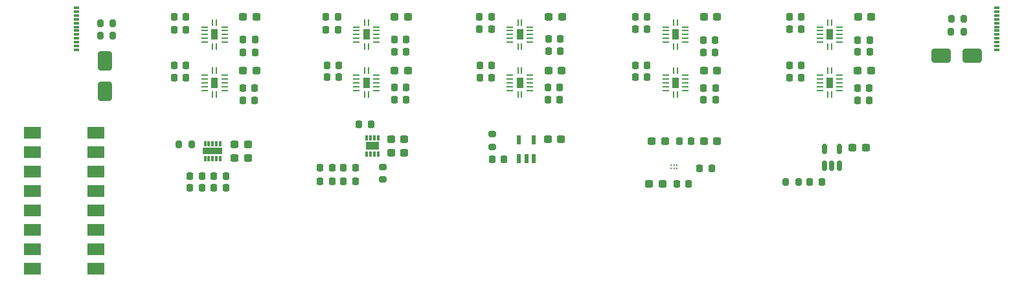
<source format=gbr>
%TF.GenerationSoftware,KiCad,Pcbnew,8.0.3-8.0.3-0~ubuntu22.04.1*%
%TF.CreationDate,2024-12-02T08:44:27+01:00*%
%TF.ProjectId,BreakoutboardRT9532,42726561-6b6f-4757-9462-6f6172645254,rev?*%
%TF.SameCoordinates,Original*%
%TF.FileFunction,Paste,Top*%
%TF.FilePolarity,Positive*%
%FSLAX46Y46*%
G04 Gerber Fmt 4.6, Leading zero omitted, Abs format (unit mm)*
G04 Created by KiCad (PCBNEW 8.0.3-8.0.3-0~ubuntu22.04.1) date 2024-12-02 08:44:27*
%MOMM*%
%LPD*%
G01*
G04 APERTURE LIST*
G04 Aperture macros list*
%AMRoundRect*
0 Rectangle with rounded corners*
0 $1 Rounding radius*
0 $2 $3 $4 $5 $6 $7 $8 $9 X,Y pos of 4 corners*
0 Add a 4 corners polygon primitive as box body*
4,1,4,$2,$3,$4,$5,$6,$7,$8,$9,$2,$3,0*
0 Add four circle primitives for the rounded corners*
1,1,$1+$1,$2,$3*
1,1,$1+$1,$4,$5*
1,1,$1+$1,$6,$7*
1,1,$1+$1,$8,$9*
0 Add four rect primitives between the rounded corners*
20,1,$1+$1,$2,$3,$4,$5,0*
20,1,$1+$1,$4,$5,$6,$7,0*
20,1,$1+$1,$6,$7,$8,$9,0*
20,1,$1+$1,$8,$9,$2,$3,0*%
G04 Aperture macros list end*
%ADD10RoundRect,0.225000X-0.225000X-0.250000X0.225000X-0.250000X0.225000X0.250000X-0.225000X0.250000X0*%
%ADD11RoundRect,0.225000X0.225000X0.250000X-0.225000X0.250000X-0.225000X-0.250000X0.225000X-0.250000X0*%
%ADD12RoundRect,0.200000X-0.275000X0.200000X-0.275000X-0.200000X0.275000X-0.200000X0.275000X0.200000X0*%
%ADD13R,0.300000X0.700000*%
%ADD14R,1.700000X1.000000*%
%ADD15RoundRect,0.218750X0.218750X0.256250X-0.218750X0.256250X-0.218750X-0.256250X0.218750X-0.256250X0*%
%ADD16RoundRect,0.237500X-0.300000X-0.237500X0.300000X-0.237500X0.300000X0.237500X-0.300000X0.237500X0*%
%ADD17RoundRect,0.150000X0.150000X-0.512500X0.150000X0.512500X-0.150000X0.512500X-0.150000X-0.512500X0*%
%ADD18RoundRect,0.200000X0.200000X0.275000X-0.200000X0.275000X-0.200000X-0.275000X0.200000X-0.275000X0*%
%ADD19R,0.240000X0.900000*%
%ADD20R,0.900000X0.240000*%
%ADD21R,0.900000X1.400000*%
%ADD22C,0.226000*%
%ADD23RoundRect,0.237500X0.300000X0.237500X-0.300000X0.237500X-0.300000X-0.237500X0.300000X-0.237500X0*%
%ADD24RoundRect,0.200000X0.275000X-0.200000X0.275000X0.200000X-0.275000X0.200000X-0.275000X-0.200000X0*%
%ADD25R,0.600000X1.150000*%
%ADD26RoundRect,0.218750X-0.218750X-0.256250X0.218750X-0.256250X0.218750X0.256250X-0.218750X0.256250X0*%
%ADD27R,2.160000X1.520000*%
%ADD28RoundRect,0.200000X-0.200000X-0.275000X0.200000X-0.275000X0.200000X0.275000X-0.200000X0.275000X0*%
%ADD29R,0.700000X0.350000*%
%ADD30R,0.300000X0.750000*%
%ADD31R,2.550000X0.850000*%
%ADD32RoundRect,0.250000X1.000000X0.650000X-1.000000X0.650000X-1.000000X-0.650000X1.000000X-0.650000X0*%
%ADD33RoundRect,0.250000X-0.650000X1.000000X-0.650000X-1.000000X0.650000X-1.000000X0.650000X1.000000X0*%
G04 APERTURE END LIST*
D10*
%TO.C,R56*%
X93212500Y-77050000D03*
X94762500Y-77050000D03*
%TD*%
D11*
%TO.C,R55*%
X94762500Y-75300000D03*
X93212500Y-75300000D03*
%TD*%
D12*
%TO.C,R54*%
X101350000Y-75225000D03*
X101350000Y-76875000D03*
%TD*%
D11*
%TO.C,R16*%
X99825000Y-69650000D03*
X98275000Y-69650000D03*
%TD*%
D13*
%TO.C,IC14*%
X100800000Y-71400000D03*
X100300000Y-71400000D03*
X99800000Y-71400000D03*
X99300000Y-71400000D03*
X99300000Y-73500000D03*
X99800000Y-73500000D03*
X100300000Y-73500000D03*
X100800000Y-73500000D03*
D14*
X100050000Y-72450000D03*
%TD*%
D15*
%TO.C,D8*%
X97825000Y-77050000D03*
X96250000Y-77050000D03*
%TD*%
%TO.C,D5*%
X97825000Y-75300000D03*
X96250000Y-75300000D03*
%TD*%
D16*
%TO.C,C6*%
X104175000Y-73350000D03*
X102450000Y-73350000D03*
%TD*%
%TO.C,C4*%
X102450000Y-71550000D03*
X104175000Y-71550000D03*
%TD*%
D17*
%TO.C,U2*%
X159150000Y-75087500D03*
X160100000Y-75087500D03*
X161050000Y-75087500D03*
X161050000Y-72812500D03*
X159150000Y-72812500D03*
%TD*%
D11*
%TO.C,R53*%
X164975000Y-66500000D03*
X163425000Y-66500000D03*
%TD*%
D10*
%TO.C,R52*%
X163425000Y-64900000D03*
X164975000Y-64900000D03*
%TD*%
D11*
%TO.C,R51*%
X165025000Y-60150000D03*
X163475000Y-60150000D03*
%TD*%
D10*
%TO.C,R50*%
X163475000Y-58600000D03*
X165025000Y-58600000D03*
%TD*%
D11*
%TO.C,R49*%
X156075000Y-63550000D03*
X154525000Y-63550000D03*
%TD*%
D10*
%TO.C,R48*%
X154525000Y-61900000D03*
X156075000Y-61900000D03*
%TD*%
D11*
%TO.C,R47*%
X156125000Y-57150000D03*
X154575000Y-57150000D03*
%TD*%
D10*
%TO.C,R46*%
X154575000Y-55600000D03*
X156125000Y-55600000D03*
%TD*%
D18*
%TO.C,R45*%
X155725000Y-77150000D03*
X154075000Y-77150000D03*
%TD*%
D19*
%TO.C,IC13*%
X159550000Y-62650000D03*
D20*
X158500000Y-63200000D03*
X158500000Y-63700000D03*
X158500000Y-64200000D03*
X158500000Y-64700000D03*
X158500000Y-65200000D03*
D19*
X159550000Y-65750000D03*
X160050000Y-65750000D03*
D20*
X161100000Y-65200000D03*
X161100000Y-64700000D03*
X161100000Y-64200000D03*
X161100000Y-63700000D03*
X161100000Y-63200000D03*
D19*
X160050000Y-62650000D03*
D21*
X159800000Y-64200000D03*
%TD*%
D19*
%TO.C,IC12*%
X159550000Y-56350000D03*
D20*
X158500000Y-56900000D03*
X158500000Y-57400000D03*
X158500000Y-57900000D03*
X158500000Y-58400000D03*
X158500000Y-58900000D03*
D19*
X159550000Y-59450000D03*
X160050000Y-59450000D03*
D20*
X161100000Y-58900000D03*
X161100000Y-58400000D03*
X161100000Y-57900000D03*
X161100000Y-57400000D03*
X161100000Y-56900000D03*
D19*
X160050000Y-56350000D03*
D21*
X159800000Y-57900000D03*
%TD*%
D15*
%TO.C,D7*%
X158787500Y-77150000D03*
X157212500Y-77150000D03*
%TD*%
D16*
%TO.C,C19*%
X163487500Y-62650000D03*
X165212500Y-62650000D03*
%TD*%
%TO.C,C18*%
X163537500Y-55600000D03*
X165262500Y-55600000D03*
%TD*%
%TO.C,C17*%
X162787500Y-72650000D03*
X164512500Y-72650000D03*
%TD*%
D11*
%TO.C,R44*%
X144875000Y-66450000D03*
X143325000Y-66450000D03*
%TD*%
D10*
%TO.C,R43*%
X143325000Y-64900000D03*
X144875000Y-64900000D03*
%TD*%
D11*
%TO.C,R42*%
X144825000Y-60200000D03*
X143275000Y-60200000D03*
%TD*%
D10*
%TO.C,R41*%
X143275000Y-58650000D03*
X144825000Y-58650000D03*
%TD*%
D11*
%TO.C,R40*%
X135975000Y-63450000D03*
X134425000Y-63450000D03*
%TD*%
D10*
%TO.C,R39*%
X134425000Y-61900000D03*
X135975000Y-61900000D03*
%TD*%
D11*
%TO.C,R38*%
X135975000Y-57200000D03*
X134425000Y-57200000D03*
%TD*%
D10*
%TO.C,R37*%
X134425000Y-55600000D03*
X135975000Y-55600000D03*
%TD*%
D11*
%TO.C,R36*%
X141725000Y-71850000D03*
X140175000Y-71850000D03*
%TD*%
%TO.C,R35*%
X144375000Y-75400000D03*
X142825000Y-75400000D03*
%TD*%
D10*
%TO.C,R34*%
X139825000Y-77400000D03*
X141375000Y-77400000D03*
%TD*%
D19*
%TO.C,IC11*%
X139400000Y-62650000D03*
D20*
X138350000Y-63200000D03*
X138350000Y-63700000D03*
X138350000Y-64200000D03*
X138350000Y-64700000D03*
X138350000Y-65200000D03*
D19*
X139400000Y-65750000D03*
X139900000Y-65750000D03*
D20*
X140950000Y-65200000D03*
X140950000Y-64700000D03*
X140950000Y-64200000D03*
X140950000Y-63700000D03*
X140950000Y-63200000D03*
D19*
X139900000Y-62650000D03*
D21*
X139650000Y-64200000D03*
%TD*%
D19*
%TO.C,IC10*%
X139400000Y-56350000D03*
D20*
X138350000Y-56900000D03*
X138350000Y-57400000D03*
X138350000Y-57900000D03*
X138350000Y-58400000D03*
X138350000Y-58900000D03*
D19*
X139400000Y-59450000D03*
X139900000Y-59450000D03*
D20*
X140950000Y-58900000D03*
X140950000Y-58400000D03*
X140950000Y-57900000D03*
X140950000Y-57400000D03*
X140950000Y-56900000D03*
D19*
X139900000Y-56350000D03*
D21*
X139650000Y-57900000D03*
%TD*%
D22*
%TO.C,IC9*%
X139050000Y-75400000D03*
X139050000Y-75000000D03*
X139450000Y-75400000D03*
X139450000Y-75000000D03*
X139850000Y-75400000D03*
X139850000Y-75000000D03*
%TD*%
D16*
%TO.C,C16*%
X143387500Y-62650000D03*
X145112500Y-62650000D03*
%TD*%
%TO.C,C15*%
X143387500Y-55600000D03*
X145112500Y-55600000D03*
%TD*%
%TO.C,C14*%
X143387500Y-71850000D03*
X145112500Y-71850000D03*
%TD*%
%TO.C,C13*%
X136225000Y-77400000D03*
X137950000Y-77400000D03*
%TD*%
D23*
%TO.C,C12*%
X138275000Y-71850000D03*
X136550000Y-71850000D03*
%TD*%
D11*
%TO.C,R33*%
X124525000Y-66450000D03*
X122975000Y-66450000D03*
%TD*%
D10*
%TO.C,R32*%
X122975000Y-64850000D03*
X124525000Y-64850000D03*
%TD*%
D11*
%TO.C,R31*%
X124575000Y-60050000D03*
X123025000Y-60050000D03*
%TD*%
D10*
%TO.C,R30*%
X123025000Y-58450000D03*
X124575000Y-58450000D03*
%TD*%
D11*
%TO.C,R29*%
X115625000Y-63500000D03*
X114075000Y-63500000D03*
%TD*%
D10*
%TO.C,R28*%
X114075000Y-61900000D03*
X115625000Y-61900000D03*
%TD*%
D11*
%TO.C,R27*%
X115575000Y-57200000D03*
X114025000Y-57200000D03*
%TD*%
D10*
%TO.C,R26*%
X114025000Y-55600000D03*
X115575000Y-55600000D03*
%TD*%
D24*
%TO.C,R25*%
X115700000Y-72575000D03*
X115700000Y-70925000D03*
%TD*%
D19*
%TO.C,IC8*%
X119050000Y-62650000D03*
D20*
X118000000Y-63200000D03*
X118000000Y-63700000D03*
X118000000Y-64200000D03*
X118000000Y-64700000D03*
X118000000Y-65200000D03*
D19*
X119050000Y-65750000D03*
X119550000Y-65750000D03*
D20*
X120600000Y-65200000D03*
X120600000Y-64700000D03*
X120600000Y-64200000D03*
X120600000Y-63700000D03*
X120600000Y-63200000D03*
D19*
X119550000Y-62650000D03*
D21*
X119300000Y-64200000D03*
%TD*%
%TO.C,IC7*%
X119300000Y-57900000D03*
D19*
X119550000Y-56350000D03*
D20*
X120600000Y-56900000D03*
X120600000Y-57400000D03*
X120600000Y-57900000D03*
X120600000Y-58400000D03*
X120600000Y-58900000D03*
D19*
X119550000Y-59450000D03*
X119050000Y-59450000D03*
D20*
X118000000Y-58900000D03*
X118000000Y-58400000D03*
X118000000Y-57900000D03*
X118000000Y-57400000D03*
X118000000Y-56900000D03*
D19*
X119050000Y-56350000D03*
%TD*%
D25*
%TO.C,IC6*%
X119200000Y-74150000D03*
X120150000Y-74150000D03*
X121100000Y-74150000D03*
X121100000Y-71650000D03*
X119200000Y-71650000D03*
%TD*%
D15*
%TO.C,D6*%
X117237500Y-74250000D03*
X115662500Y-74250000D03*
%TD*%
D16*
%TO.C,C11*%
X123037500Y-62650000D03*
X124762500Y-62650000D03*
%TD*%
%TO.C,C10*%
X123087500Y-55600000D03*
X124812500Y-55600000D03*
%TD*%
%TO.C,C9*%
X122987500Y-71600000D03*
X124712500Y-71600000D03*
%TD*%
D26*
%TO.C,D4*%
X77737500Y-77950000D03*
X76162500Y-77950000D03*
%TD*%
%TO.C,D3*%
X77737500Y-76400000D03*
X76162500Y-76400000D03*
%TD*%
D27*
%TO.C,SW1*%
X55620000Y-70710000D03*
X55620000Y-73250000D03*
X55620000Y-75790000D03*
X55620000Y-78330000D03*
X55620000Y-80870000D03*
X55620000Y-83410000D03*
X55620000Y-85950000D03*
X55620000Y-88490000D03*
X63880000Y-88490000D03*
X63880000Y-85950000D03*
X63880000Y-83410000D03*
X63880000Y-80870000D03*
X63880000Y-78330000D03*
X63880000Y-75790000D03*
X63880000Y-73250000D03*
X63880000Y-70710000D03*
%TD*%
D11*
%TO.C,R24*%
X104425000Y-66450000D03*
X102875000Y-66450000D03*
%TD*%
D10*
%TO.C,R23*%
X102875000Y-64850000D03*
X104425000Y-64850000D03*
%TD*%
D11*
%TO.C,R22*%
X104475000Y-60150000D03*
X102925000Y-60150000D03*
%TD*%
D10*
%TO.C,R21*%
X102925000Y-58550000D03*
X104475000Y-58550000D03*
%TD*%
D11*
%TO.C,R20*%
X95625000Y-63450000D03*
X94075000Y-63450000D03*
%TD*%
D10*
%TO.C,R19*%
X94075000Y-61900000D03*
X95625000Y-61900000D03*
%TD*%
D11*
%TO.C,R18*%
X95525000Y-57250000D03*
X93975000Y-57250000D03*
%TD*%
D10*
%TO.C,R17*%
X93975000Y-55600000D03*
X95525000Y-55600000D03*
%TD*%
D19*
%TO.C,IC5*%
X99000000Y-62650000D03*
D20*
X97950000Y-63200000D03*
X97950000Y-63700000D03*
X97950000Y-64200000D03*
X97950000Y-64700000D03*
X97950000Y-65200000D03*
D19*
X99000000Y-65750000D03*
X99500000Y-65750000D03*
D20*
X100550000Y-65200000D03*
X100550000Y-64700000D03*
X100550000Y-64200000D03*
X100550000Y-63700000D03*
X100550000Y-63200000D03*
D19*
X99500000Y-62650000D03*
D21*
X99250000Y-64200000D03*
%TD*%
D19*
%TO.C,IC4*%
X99000000Y-56350000D03*
D20*
X97950000Y-56900000D03*
X97950000Y-57400000D03*
X97950000Y-57900000D03*
X97950000Y-58400000D03*
X97950000Y-58900000D03*
D19*
X99000000Y-59450000D03*
X99500000Y-59450000D03*
D20*
X100550000Y-58900000D03*
X100550000Y-58400000D03*
X100550000Y-57900000D03*
X100550000Y-57400000D03*
X100550000Y-56900000D03*
D19*
X99500000Y-56350000D03*
D21*
X99250000Y-57900000D03*
%TD*%
D16*
%TO.C,C8*%
X102937500Y-62650000D03*
X104662500Y-62650000D03*
%TD*%
%TO.C,C7*%
X102937500Y-55600000D03*
X104662500Y-55600000D03*
%TD*%
D18*
%TO.C,R1*%
X76375000Y-72250000D03*
X74725000Y-72250000D03*
%TD*%
D11*
%TO.C,R15*%
X83075000Y-66500000D03*
X84625000Y-66500000D03*
%TD*%
D10*
%TO.C,R14*%
X83075000Y-64900000D03*
X84625000Y-64900000D03*
%TD*%
D11*
%TO.C,R13*%
X84675000Y-60200000D03*
X83125000Y-60200000D03*
%TD*%
D10*
%TO.C,R12*%
X83125000Y-58550000D03*
X84675000Y-58550000D03*
%TD*%
D11*
%TO.C,R11*%
X75675000Y-63500000D03*
X74125000Y-63500000D03*
%TD*%
D10*
%TO.C,R10*%
X74125000Y-61900000D03*
X75675000Y-61900000D03*
%TD*%
D11*
%TO.C,R9*%
X75675000Y-57250000D03*
X74125000Y-57250000D03*
%TD*%
D10*
%TO.C,R8*%
X74125000Y-55600000D03*
X75675000Y-55600000D03*
%TD*%
D16*
%TO.C,C5*%
X84862500Y-62650000D03*
X83137500Y-62650000D03*
%TD*%
%TO.C,C3*%
X83137500Y-55600000D03*
X84862500Y-55600000D03*
%TD*%
D21*
%TO.C,IC2*%
X79400000Y-64200000D03*
D19*
X79650000Y-62650000D03*
D20*
X80700000Y-63200000D03*
X80700000Y-63700000D03*
X80700000Y-64200000D03*
X80700000Y-64700000D03*
X80700000Y-65200000D03*
D19*
X79650000Y-65750000D03*
X79150000Y-65750000D03*
D20*
X78100000Y-65200000D03*
X78100000Y-64700000D03*
X78100000Y-64200000D03*
X78100000Y-63700000D03*
X78100000Y-63200000D03*
D19*
X79150000Y-62650000D03*
%TD*%
%TO.C,IC3*%
X79150000Y-56350000D03*
D20*
X78100000Y-56900000D03*
X78100000Y-57400000D03*
X78100000Y-57900000D03*
X78100000Y-58400000D03*
X78100000Y-58900000D03*
D19*
X79150000Y-59450000D03*
X79650000Y-59450000D03*
D20*
X80700000Y-58900000D03*
X80700000Y-58400000D03*
X80700000Y-57900000D03*
X80700000Y-57400000D03*
X80700000Y-56900000D03*
D19*
X79650000Y-56350000D03*
D21*
X79400000Y-57900000D03*
%TD*%
D10*
%TO.C,R7*%
X79325000Y-76400000D03*
X80875000Y-76400000D03*
%TD*%
%TO.C,R6*%
X80875000Y-77950000D03*
X79325000Y-77950000D03*
%TD*%
D18*
%TO.C,R5*%
X177350000Y-55800000D03*
X175700000Y-55800000D03*
%TD*%
%TO.C,R4*%
X177325000Y-57500000D03*
X175675000Y-57500000D03*
%TD*%
D28*
%TO.C,R3*%
X64475000Y-58000000D03*
X66125000Y-58000000D03*
%TD*%
%TO.C,R2*%
X64475000Y-56400000D03*
X66125000Y-56400000D03*
%TD*%
D29*
%TO.C,J2*%
X181690000Y-59900000D03*
X181690000Y-59400000D03*
X181690000Y-58900000D03*
X181690000Y-58400000D03*
X181690000Y-57900000D03*
X181690000Y-57400000D03*
X181690000Y-56900000D03*
X181690000Y-56400000D03*
X181690000Y-55900000D03*
X181690000Y-55400000D03*
X181690000Y-54900000D03*
X181690000Y-54400000D03*
%TD*%
%TO.C,J1*%
X61360000Y-54400000D03*
X61360000Y-54900000D03*
X61360000Y-55400000D03*
X61360000Y-55900000D03*
X61360000Y-56400000D03*
X61360000Y-56900000D03*
X61360000Y-57400000D03*
X61360000Y-57900000D03*
X61360000Y-58400000D03*
X61360000Y-58900000D03*
X61360000Y-59400000D03*
X61360000Y-59900000D03*
%TD*%
D30*
%TO.C,IC1*%
X80150000Y-72150000D03*
X79650000Y-72150000D03*
X79150000Y-72150000D03*
X78650000Y-72150000D03*
X78150000Y-72150000D03*
X78150000Y-74150000D03*
X78650000Y-74150000D03*
X79150000Y-74150000D03*
X79650000Y-74150000D03*
X80150000Y-74150000D03*
D31*
X79150000Y-73150000D03*
%TD*%
D32*
%TO.C,D2*%
X178400000Y-60650000D03*
X174400000Y-60650000D03*
%TD*%
D33*
%TO.C,D1*%
X65100000Y-61300000D03*
X65100000Y-65300000D03*
%TD*%
D16*
%TO.C,C2*%
X82025000Y-74050000D03*
X83750000Y-74050000D03*
%TD*%
%TO.C,C1*%
X82037500Y-72250000D03*
X83762500Y-72250000D03*
%TD*%
M02*

</source>
